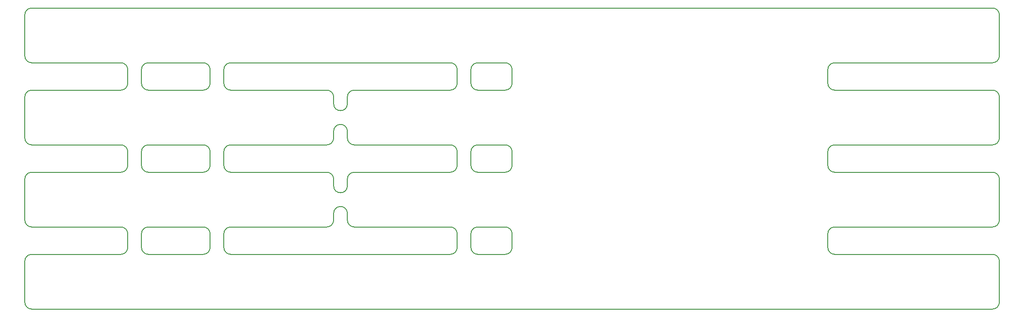
<source format=gm1>
%TF.GenerationSoftware,KiCad,Pcbnew,4.0.6-e0-6349~53~ubuntu16.04.1*%
%TF.CreationDate,2017-04-09T20:52:00+05:30*%
%TF.ProjectId,ultim_bus,756C74696D5F6275732E6B696361645F,rev?*%
%TF.FileFunction,Profile,NP*%
%FSLAX46Y46*%
G04 Gerber Fmt 4.6, Leading zero omitted, Abs format (unit mm)*
G04 Created by KiCad (PCBNEW 4.0.6-e0-6349~53~ubuntu16.04.1) date Sun Apr  9 20:52:00 2017*
%MOMM*%
%LPD*%
G01*
G04 APERTURE LIST*
%ADD10C,0.101600*%
%ADD11C,0.150000*%
G04 APERTURE END LIST*
D10*
D11*
X208280000Y-26670000D02*
G75*
G03X207010000Y-25400000I-1270000J0D01*
G01*
X207010000Y-81280000D02*
G75*
G03X208280000Y-80010000I0J1270000D01*
G01*
X27940000Y-80010000D02*
G75*
G03X29210000Y-81280000I1270000J0D01*
G01*
X29210000Y-25400000D02*
G75*
G03X27940000Y-26670000I0J-1270000D01*
G01*
X208280000Y-41910000D02*
G75*
G03X207010000Y-40640000I-1270000J0D01*
G01*
X208280000Y-57150000D02*
G75*
G03X207010000Y-55880000I-1270000J0D01*
G01*
X208280000Y-72390000D02*
G75*
G03X207010000Y-71120000I-1270000J0D01*
G01*
X29210000Y-71120000D02*
G75*
G03X27940000Y-72390000I0J-1270000D01*
G01*
X116840000Y-71120000D02*
X111760000Y-71120000D01*
X118110000Y-67310000D02*
X118110000Y-69850000D01*
X111760000Y-66040000D02*
X116840000Y-66040000D01*
X116840000Y-71120000D02*
G75*
G03X118110000Y-69850000I0J1270000D01*
G01*
X118110000Y-67310000D02*
G75*
G03X116840000Y-66040000I-1270000J0D01*
G01*
X116840000Y-55880000D02*
X111760000Y-55880000D01*
X118110000Y-52070000D02*
X118110000Y-54610000D01*
X111760000Y-50800000D02*
X116840000Y-50800000D01*
X116840000Y-55880000D02*
G75*
G03X118110000Y-54610000I0J1270000D01*
G01*
X118110000Y-52070000D02*
G75*
G03X116840000Y-50800000I-1270000J0D01*
G01*
X116840000Y-40640000D02*
X111760000Y-40640000D01*
X118110000Y-36830000D02*
X118110000Y-39370000D01*
X111760000Y-35560000D02*
X116840000Y-35560000D01*
X116840000Y-40640000D02*
G75*
G03X118110000Y-39370000I0J1270000D01*
G01*
X118110000Y-36830000D02*
G75*
G03X116840000Y-35560000I-1270000J0D01*
G01*
X110490000Y-67310000D02*
X110490000Y-69850000D01*
X110490000Y-52070000D02*
X110490000Y-54610000D01*
X110490000Y-69850000D02*
G75*
G03X111760000Y-71120000I1270000J0D01*
G01*
X111760000Y-66040000D02*
G75*
G03X110490000Y-67310000I0J-1270000D01*
G01*
X110490000Y-54610000D02*
G75*
G03X111760000Y-55880000I1270000J0D01*
G01*
X111760000Y-50800000D02*
G75*
G03X110490000Y-52070000I0J-1270000D01*
G01*
X110490000Y-39370000D02*
G75*
G03X111760000Y-40640000I1270000J0D01*
G01*
X111760000Y-35560000D02*
G75*
G03X110490000Y-36830000I0J-1270000D01*
G01*
X110490000Y-36830000D02*
X110490000Y-39370000D01*
X60960000Y-71120000D02*
G75*
G03X62230000Y-69850000I0J1270000D01*
G01*
X62230000Y-67310000D02*
G75*
G03X60960000Y-66040000I-1270000J0D01*
G01*
X49530000Y-69850000D02*
G75*
G03X50800000Y-71120000I1270000J0D01*
G01*
X50800000Y-66040000D02*
G75*
G03X49530000Y-67310000I0J-1270000D01*
G01*
X62230000Y-67310000D02*
X62230000Y-69850000D01*
X49530000Y-69850000D02*
X49530000Y-67310000D01*
X60960000Y-71120000D02*
X50800000Y-71120000D01*
X50800000Y-66040000D02*
X60960000Y-66040000D01*
X50800000Y-50800000D02*
X60960000Y-50800000D01*
X49530000Y-54610000D02*
X49530000Y-52070000D01*
X60960000Y-55880000D02*
X50800000Y-55880000D01*
X62230000Y-52070000D02*
X62230000Y-54610000D01*
X60960000Y-55880000D02*
G75*
G03X62230000Y-54610000I0J1270000D01*
G01*
X62230000Y-52070000D02*
G75*
G03X60960000Y-50800000I-1270000J0D01*
G01*
X49530000Y-54610000D02*
G75*
G03X50800000Y-55880000I1270000J0D01*
G01*
X50800000Y-50800000D02*
G75*
G03X49530000Y-52070000I0J-1270000D01*
G01*
X60960000Y-40640000D02*
G75*
G03X62230000Y-39370000I0J1270000D01*
G01*
X62230000Y-36830000D02*
G75*
G03X60960000Y-35560000I-1270000J0D01*
G01*
X49530000Y-39370000D02*
G75*
G03X50800000Y-40640000I1270000J0D01*
G01*
X50800000Y-35560000D02*
G75*
G03X49530000Y-36830000I0J-1270000D01*
G01*
X49530000Y-39370000D02*
X49530000Y-36830000D01*
X60960000Y-40640000D02*
X50800000Y-40640000D01*
X62230000Y-36830000D02*
X62230000Y-39370000D01*
X50800000Y-35560000D02*
X60960000Y-35560000D01*
X64770000Y-67310000D02*
X64770000Y-69850000D01*
X66040000Y-66040000D02*
G75*
G03X64770000Y-67310000I0J-1270000D01*
G01*
X64770000Y-69850000D02*
G75*
G03X66040000Y-71120000I1270000J0D01*
G01*
X46990000Y-67310000D02*
G75*
G03X45720000Y-66040000I-1270000J0D01*
G01*
X46990000Y-67310000D02*
X46990000Y-69850000D01*
X45720000Y-71120000D02*
G75*
G03X46990000Y-69850000I0J1270000D01*
G01*
X64770000Y-52070000D02*
X64770000Y-54610000D01*
X66040000Y-50800000D02*
G75*
G03X64770000Y-52070000I0J-1270000D01*
G01*
X64770000Y-54610000D02*
G75*
G03X66040000Y-55880000I1270000J0D01*
G01*
X46990000Y-52070000D02*
G75*
G03X45720000Y-50800000I-1270000J0D01*
G01*
X46990000Y-52070000D02*
X46990000Y-54610000D01*
X45720000Y-55880000D02*
G75*
G03X46990000Y-54610000I0J1270000D01*
G01*
X107950000Y-52070000D02*
G75*
G03X106680000Y-50800000I-1270000J0D01*
G01*
X107950000Y-52070000D02*
X107950000Y-54610000D01*
X106680000Y-55880000D02*
G75*
G03X107950000Y-54610000I0J1270000D01*
G01*
X107950000Y-67310000D02*
G75*
G03X106680000Y-66040000I-1270000J0D01*
G01*
X107950000Y-67310000D02*
X107950000Y-69850000D01*
X106680000Y-71120000D02*
G75*
G03X107950000Y-69850000I0J1270000D01*
G01*
X176530000Y-67310000D02*
X176530000Y-69850000D01*
X177800000Y-66040000D02*
G75*
G03X176530000Y-67310000I0J-1270000D01*
G01*
X176530000Y-69850000D02*
G75*
G03X177800000Y-71120000I1270000J0D01*
G01*
X176530000Y-52070000D02*
X176530000Y-54610000D01*
X177800000Y-50800000D02*
G75*
G03X176530000Y-52070000I0J-1270000D01*
G01*
X176530000Y-54610000D02*
G75*
G03X177800000Y-55880000I1270000J0D01*
G01*
X176530000Y-39370000D02*
G75*
G03X177800000Y-40640000I1270000J0D01*
G01*
X176530000Y-36830000D02*
X176530000Y-39370000D01*
X107950000Y-39370000D02*
X107950000Y-36830000D01*
X106680000Y-40640000D02*
G75*
G03X107950000Y-39370000I0J1270000D01*
G01*
X64770000Y-36830000D02*
X64770000Y-39370000D01*
X46990000Y-39370000D02*
X46990000Y-36830000D01*
X64770000Y-39370000D02*
G75*
G03X66040000Y-40640000I1270000J0D01*
G01*
X45720000Y-40640000D02*
G75*
G03X46990000Y-39370000I0J1270000D01*
G01*
X29210000Y-66040000D02*
X45720000Y-66040000D01*
X83820000Y-66040000D02*
X66040000Y-66040000D01*
X106680000Y-66040000D02*
X88900000Y-66040000D01*
X208280000Y-64770000D02*
X208280000Y-57150000D01*
X85090000Y-58420000D02*
G75*
G03X87630000Y-58420000I1270000J0D01*
G01*
X87630000Y-57150000D02*
X87630000Y-58420000D01*
X85090000Y-57150000D02*
X85090000Y-58420000D01*
X83820000Y-66040000D02*
G75*
G03X85090000Y-64770000I0J1270000D01*
G01*
X87630000Y-64770000D02*
G75*
G03X88900000Y-66040000I1270000J0D01*
G01*
X87630000Y-63500000D02*
X87630000Y-64770000D01*
X85090000Y-63500000D02*
X85090000Y-64770000D01*
X87630000Y-63499999D02*
G75*
G03X85090000Y-63500001I-1270000J-1D01*
G01*
X27940000Y-64770000D02*
G75*
G03X29210000Y-66040000I1270000J0D01*
G01*
X27940000Y-57150000D02*
X27940000Y-64770000D01*
X88900000Y-55880000D02*
X106680000Y-55880000D01*
X106680000Y-50800000D02*
X88900000Y-50800000D01*
X88900000Y-40640000D02*
X106680000Y-40640000D01*
X45720000Y-55880000D02*
X29210000Y-55880000D01*
X29210000Y-50800000D02*
X45720000Y-50800000D01*
X29210000Y-40640000D02*
X45720000Y-40640000D01*
X27940000Y-49530000D02*
G75*
G03X29210000Y-50800000I1270000J0D01*
G01*
X29210000Y-55880000D02*
G75*
G03X27940000Y-57150000I0J-1270000D01*
G01*
X88900000Y-55880000D02*
G75*
G03X87630000Y-57150000I0J-1270000D01*
G01*
X85090000Y-57150000D02*
G75*
G03X83820000Y-55880000I-1270000J0D01*
G01*
X66040000Y-55880000D02*
X83820000Y-55880000D01*
X207010000Y-50800000D02*
G75*
G03X208280000Y-49530000I0J1270000D01*
G01*
X177800000Y-50800000D02*
X207010000Y-50800000D01*
X177800000Y-55880000D02*
X207010000Y-55880000D01*
X83820000Y-50800000D02*
X66040000Y-50800000D01*
X107950000Y-36830000D02*
G75*
G03X106680000Y-35560000I-1270000J0D01*
G01*
X87630000Y-48259999D02*
G75*
G03X85090000Y-48260001I-1270000J-1D01*
G01*
X85090000Y-48260000D02*
X85090000Y-49530000D01*
X87630000Y-48260000D02*
X87630000Y-49530000D01*
X87630000Y-49530000D02*
G75*
G03X88900000Y-50800000I1270000J0D01*
G01*
X83820000Y-50800000D02*
G75*
G03X85090000Y-49530000I0J1270000D01*
G01*
X85090000Y-43180000D02*
G75*
G03X87630000Y-43180000I1270000J0D01*
G01*
X88900000Y-40640000D02*
G75*
G03X87630000Y-41910000I0J-1270000D01*
G01*
X85090000Y-41910000D02*
X85090000Y-43180000D01*
X87630000Y-41910000D02*
X87630000Y-43180000D01*
X85090000Y-41910000D02*
G75*
G03X83820000Y-40640000I-1270000J0D01*
G01*
X27940000Y-41910000D02*
X27940000Y-49530000D01*
X29210000Y-40640000D02*
G75*
G03X27940000Y-41910000I0J-1270000D01*
G01*
X46990000Y-36830000D02*
G75*
G03X45720000Y-35560000I-1270000J0D01*
G01*
X66040000Y-35560000D02*
G75*
G03X64770000Y-36830000I0J-1270000D01*
G01*
X177800000Y-35560000D02*
G75*
G03X176530000Y-36830000I0J-1270000D01*
G01*
X27940000Y-72390000D02*
X27940000Y-80010000D01*
X207010000Y-25400000D02*
X29210000Y-25400000D01*
X208280000Y-72390000D02*
X208280000Y-80010000D01*
X207010000Y-66040000D02*
G75*
G03X208280000Y-64770000I0J1270000D01*
G01*
X208280000Y-26670000D02*
X208280000Y-34290000D01*
X207010000Y-35560000D02*
G75*
G03X208280000Y-34290000I0J1270000D01*
G01*
X27940000Y-26670000D02*
X27940000Y-34290000D01*
X27940000Y-34290000D02*
G75*
G03X29210000Y-35560000I1270000J0D01*
G01*
X177800000Y-40640000D02*
X207010000Y-40640000D01*
X66040000Y-40640000D02*
X83820000Y-40640000D01*
X177800000Y-66040000D02*
X207010000Y-66040000D01*
X207010000Y-81280000D02*
X29210000Y-81280000D01*
X45720000Y-35560000D02*
X29210000Y-35560000D01*
X106680000Y-35560000D02*
X66040000Y-35560000D01*
X177800000Y-35560000D02*
X207010000Y-35560000D01*
X177800000Y-71120000D02*
X207010000Y-71120000D01*
X66040000Y-71120000D02*
X106680000Y-71120000D01*
X29210000Y-71120000D02*
X45720000Y-71120000D01*
X208280000Y-49530000D02*
X208280000Y-41910000D01*
M02*

</source>
